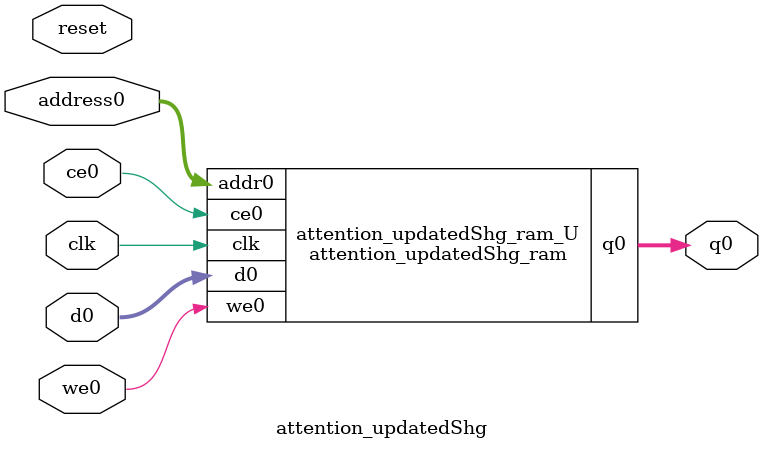
<source format=v>
`timescale 1 ns / 1 ps
module attention_updatedShg_ram (addr0, ce0, d0, we0, q0,  clk);

parameter DWIDTH = 32;
parameter AWIDTH = 14;
parameter MEM_SIZE = 9216;

input[AWIDTH-1:0] addr0;
input ce0;
input[DWIDTH-1:0] d0;
input we0;
output reg[DWIDTH-1:0] q0;
input clk;

(* ram_style = "block" *)reg [DWIDTH-1:0] ram[0:MEM_SIZE-1];




always @(posedge clk)  
begin 
    if (ce0) begin
        if (we0) 
            ram[addr0] <= d0; 
        q0 <= ram[addr0];
    end
end


endmodule

`timescale 1 ns / 1 ps
module attention_updatedShg(
    reset,
    clk,
    address0,
    ce0,
    we0,
    d0,
    q0);

parameter DataWidth = 32'd32;
parameter AddressRange = 32'd9216;
parameter AddressWidth = 32'd14;
input reset;
input clk;
input[AddressWidth - 1:0] address0;
input ce0;
input we0;
input[DataWidth - 1:0] d0;
output[DataWidth - 1:0] q0;



attention_updatedShg_ram attention_updatedShg_ram_U(
    .clk( clk ),
    .addr0( address0 ),
    .ce0( ce0 ),
    .we0( we0 ),
    .d0( d0 ),
    .q0( q0 ));

endmodule


</source>
